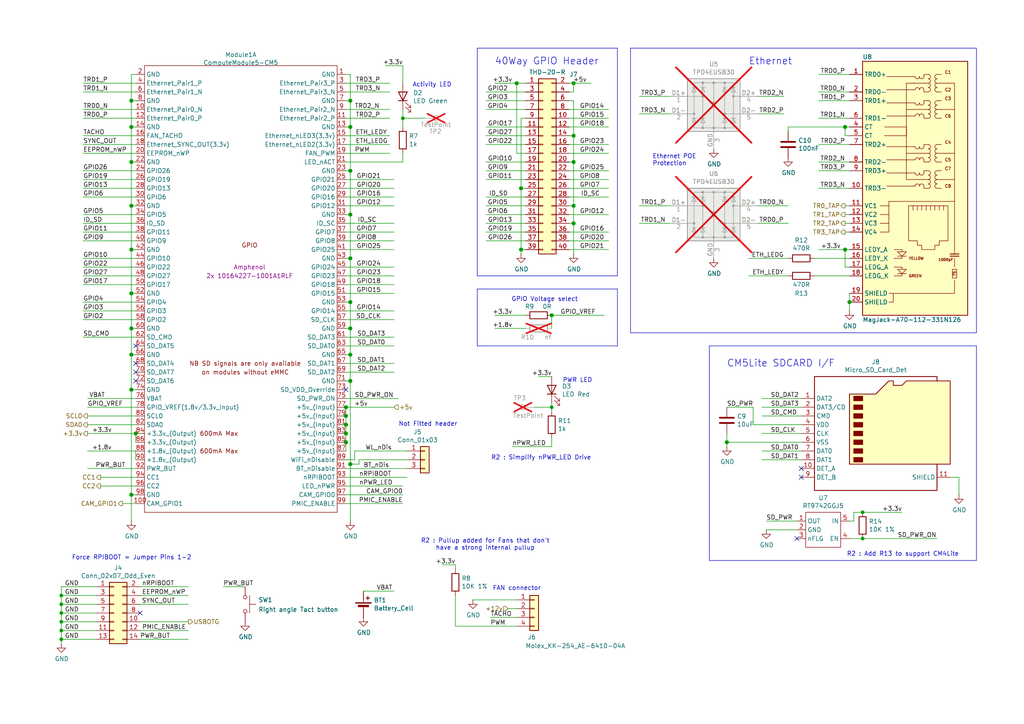
<source format=kicad_sch>
(kicad_sch (version 20250114) (generator "eeschema") (generator_version "9.0")
  (paper "A4")
  (title_block (title "Router Pi - GPIO - Ethernet") (rev "1"))
  (text "40Way GPIO Header" (at 143.51 19.05 0) (effects (font (size 2.007 2.007)) (justify left bottom)))
  (text "Activity LED" (at 119.634 25.4 0) (effects (font (size 1.27 1.27)) (justify left bottom)))
  (text "R2 : Simplify nPWR_LED Drive" (at 156.972 132.842 0) (effects (font (size 1.27 1.27))))
  (text "FAN connector\n" (at 142.875 171.45 0) (effects (font (size 1.27 1.27)) (justify left bottom)))
  (text "R2 : Add R13 to support CM4Lite" (at 261.874 160.782 0) (effects (font (size 1.27 1.27))))
  (text "Ethernet POE\nProtection" (at 189.23 48.26 0) (effects (font (size 1.27 1.27)) (justify left bottom)))
  (text "GPIO Voltage select\n" (at 167.64 87.63 0) (effects (font (size 1.27 1.27)) (justify right bottom)))
  (text "R2 : Pullup added for Fans that don't \nhave a strong internal pullup " (at 141.224 157.988 0) (effects (font (size 1.27 1.27))))
  (text "Not Fitted header" (at 132.715 123.825 0) (effects (font (size 1.27 1.27)) (justify right bottom)))
  (text "Force RPIBOOT = Jumper Pins 1-2 \n" (at 56.515 162.56 0) (effects (font (size 1.27 1.27)) (justify right bottom)))
  (text "PWR LED" (at 163.195 111.125 0) (effects (font (size 1.27 1.27)) (justify left bottom)))
  (text "Ethernet" (at 217.17 19.05 0) (effects (font (size 2.0066 2.0066)) (justify left bottom)))
  (text "CM5Lite SDCARD I/F" (at 210.82 106.68 0) (effects (font (size 2.007 2.007)) (justify left bottom)))
  (junction (at 101.6 36.83) (diameter 1.016))
  (junction (at 245.11 72.39) (diameter 1.016))
  (junction (at 101.6 29.21) (diameter 1.016))
  (junction (at 101.6 102.87) (diameter 1.016))
  (junction (at 38.1 113.03) (diameter 1.016))
  (junction (at 246.38 87.63) (diameter 1.016))
  (junction (at 38.1 46.99) (diameter 1.016))
  (junction (at 100.33 125.73) (diameter 1.016))
  (junction (at 151.13 54.61) (diameter 1.016))
  (junction (at 166.37 39.37) (diameter 1.016))
  (junction (at 17.78 175.26))
  (junction (at 38.1 72.39) (diameter 1.016))
  (junction (at 100.33 123.19) (diameter 1.016))
  (junction (at 38.1 143.51) (diameter 1.016))
  (junction (at 166.37 59.69) (diameter 1.016))
  (junction (at 38.1 59.69) (diameter 1.016))
  (junction (at 101.6 62.23) (diameter 1.016))
  (junction (at 38.1 95.25) (diameter 1.016))
  (junction (at 100.33 118.11) (diameter 1.016))
  (junction (at 101.6 95.25) (diameter 1.016))
  (junction (at 166.37 64.77) (diameter 1.016))
  (junction (at 210.82 128.27) (diameter 1.016))
  (junction (at 166.37 24.13) (diameter 1.016))
  (junction (at 250.19 156.21))
  (junction (at 101.6 87.63) (diameter 1.016))
  (junction (at 166.37 46.99) (diameter 1.016))
  (junction (at 38.1 85.09) (diameter 1.016))
  (junction (at 100.33 120.65) (diameter 1.016))
  (junction (at 160.02 118.11))
  (junction (at 38.1 36.83) (diameter 1.016))
  (junction (at 39.37 125.73) (diameter 1.016))
  (junction (at 17.78 172.72))
  (junction (at 38.1 102.87) (diameter 1.016))
  (junction (at 160.02 91.44) (diameter 1.016))
  (junction (at 38.1 29.21) (diameter 1.016))
  (junction (at 17.78 177.8))
  (junction (at 245.11 36.83) (diameter 1.016))
  (junction (at 100.33 128.27) (diameter 1.016))
  (junction (at 116.84 34.29))
  (junction (at 250.19 148.59))
  (junction (at 151.13 72.39) (diameter 1.016))
  (junction (at 17.78 185.42))
  (junction (at 101.6 110.49) (diameter 1.016))
  (junction (at 101.6 134.62) (diameter 1.016))
  (junction (at 101.6 49.53) (diameter 1.016))
  (junction (at 17.78 182.88))
  (junction (at 17.78 180.34))
  (junction (at 101.6 74.93) (diameter 1.016))
  (junction (at 149.86 24.13) (diameter 1.016))
  (no_connect (at 39.37 107.95))
  (no_connect (at 100.33 113.03))
  (no_connect (at 39.37 100.33))
  (no_connect (at 231.14 156.21))
  (no_connect (at 39.37 105.41))
  (no_connect (at 232.41 138.43))
  (no_connect (at 232.41 135.89))
  (no_connect (at 40.64 177.8))
  (no_connect (at 39.37 110.49))
  (wire (pts (xy 275.59 138.43) (xy 278.13 138.43)))
  (wire (pts (xy 101.6 110.49) (xy 101.6 134.62)))
  (polyline (pts (xy 138.43 13.97) (xy 138.43 80.01)) (stroke (width 0) (type solid)))
  (wire (pts (xy 40.64 175.26) (xy 54.61 175.26)))
  (polyline (pts (xy 138.43 80.01) (xy 179.07 80.01)) (stroke (width 0) (type solid)))
  (wire (pts (xy 100.33 135.89) (xy 118.11 135.89)))
  (wire (pts (xy 142.24 179.07) (xy 149.86 179.07)))
  (wire (pts (xy 100.33 102.87) (xy 101.6 102.87)))
  (wire (pts (xy 24.13 90.17) (xy 39.37 90.17)))
  (wire (pts (xy 39.37 133.35) (xy 39.37 130.81)))
  (wire (pts (xy 237.49 41.91) (xy 246.38 41.91)))
  (wire (pts (xy 165.1 52.07) (xy 176.53 52.07)))
  (wire (pts (xy 24.13 44.45) (xy 39.37 44.45)))
  (wire (pts (xy 100.33 95.25) (xy 101.6 95.25)))
  (wire (pts (xy 165.1 34.29) (xy 176.53 34.29)))
  (wire (pts (xy 101.6 102.87) (xy 101.6 110.49)))
  (wire (pts (xy 100.33 100.33) (xy 114.3 100.33)))
  (wire (pts (xy 217.17 74.93) (xy 228.6 74.93)))
  (wire (pts (xy 39.37 128.27) (xy 39.37 125.73)))
  (wire (pts (xy 17.78 172.72) (xy 27.94 172.72)))
  (wire (pts (xy 105.41 171.45) (xy 114.3 171.45)))
  (wire (pts (xy 100.33 118.11) (xy 114.3 118.11)))
  (wire (pts (xy 101.6 36.83) (xy 101.6 49.53)))
  (wire (pts (xy 40.64 172.72) (xy 54.61 172.72)))
  (polyline (pts (xy 179.07 83.82) (xy 179.07 100.33)) (stroke (width 0) (type solid)))
  (wire (pts (xy 24.13 92.71) (xy 39.37 92.71)))
  (wire (pts (xy 116.84 36.83) (xy 116.84 34.29)))
  (wire (pts (xy 24.13 31.75) (xy 39.37 31.75)))
  (wire (pts (xy 24.13 77.47) (xy 39.37 77.47)))
  (wire (pts (xy 100.33 29.21) (xy 101.6 29.21)))
  (wire (pts (xy 220.98 120.65) (xy 232.41 120.65)))
  (wire (pts (xy 17.78 170.18) (xy 27.94 170.18)))
  (wire (pts (xy 247.65 151.13) (xy 246.38 151.13)))
  (wire (pts (xy 147.32 176.53) (xy 149.86 176.53)))
  (wire (pts (xy 100.33 90.17) (xy 114.3 90.17)))
  (wire (pts (xy 17.78 185.42) (xy 27.94 185.42)))
  (wire (pts (xy 24.13 82.55) (xy 39.37 82.55)))
  (wire (pts (xy 166.37 64.77) (xy 166.37 59.69)))
  (wire (pts (xy 24.13 80.01) (xy 39.37 80.01)))
  (wire (pts (xy 100.33 34.29) (xy 113.03 34.29)))
  (wire (pts (xy 39.37 36.83) (xy 38.1 36.83)))
  (wire (pts (xy 100.33 44.45) (xy 113.03 44.45)))
  (wire (pts (xy 100.33 31.75) (xy 113.03 31.75)))
  (wire (pts (xy 102.87 133.35) (xy 102.87 130.81)))
  (wire (pts (xy 24.13 67.31) (xy 39.37 67.31)))
  (wire (pts (xy 104.14 133.35) (xy 118.11 133.35)))
  (wire (pts (xy 100.33 87.63) (xy 101.6 87.63)))
  (wire (pts (xy 132.08 172.72) (xy 132.08 181.61)))
  (wire (pts (xy 166.37 39.37) (xy 166.37 46.99)))
  (wire (pts (xy 29.21 140.97) (xy 39.37 140.97)))
  (wire (pts (xy 24.13 39.37) (xy 39.37 39.37)))
  (wire (pts (xy 39.37 21.59) (xy 38.1 21.59)))
  (wire (pts (xy 101.6 21.59) (xy 101.6 29.21)))
  (wire (pts (xy 236.22 80.01) (xy 246.38 80.01)))
  (wire (pts (xy 101.6 29.21) (xy 101.6 36.83)))
  (wire (pts (xy 38.1 143.51) (xy 38.1 151.13)))
  (wire (pts (xy 165.1 67.31) (xy 176.53 67.31)))
  (wire (pts (xy 219.71 33.02) (xy 227.33 33.02)))
  (wire (pts (xy 100.33 57.15) (xy 114.3 57.15)))
  (wire (pts (xy 154.94 118.11) (xy 160.02 118.11)))
  (wire (pts (xy 137.16 173.99) (xy 149.86 173.99)))
  (wire (pts (xy 100.33 143.51) (xy 116.84 143.51)))
  (wire (pts (xy 166.37 46.99) (xy 165.1 46.99)))
  (wire (pts (xy 100.33 107.95) (xy 114.3 107.95)))
  (wire (pts (xy 100.33 80.01) (xy 114.3 80.01)))
  (wire (pts (xy 151.13 72.39) (xy 151.13 73.66)))
  (wire (pts (xy 29.21 138.43) (xy 39.37 138.43)))
  (wire (pts (xy 101.6 95.25) (xy 101.6 102.87)))
  (wire (pts (xy 38.1 72.39) (xy 38.1 85.09)))
  (wire (pts (xy 210.82 128.27) (xy 232.41 128.27)))
  (wire (pts (xy 101.6 49.53) (xy 101.6 62.23)))
  (wire (pts (xy 143.51 95.25) (xy 152.4 95.25)))
  (wire (pts (xy 24.13 74.93) (xy 39.37 74.93)))
  (polyline (pts (xy 182.88 13.97) (xy 283.21 13.97)) (stroke (width 0) (type solid)))
  (wire (pts (xy 100.33 140.97) (xy 116.84 140.97)))
  (wire (pts (xy 165.1 36.83) (xy 176.53 36.83)))
  (wire (pts (xy 149.86 44.45) (xy 152.4 44.45)))
  (wire (pts (xy 39.37 29.21) (xy 38.1 29.21)))
  (wire (pts (xy 17.78 180.34) (xy 27.94 180.34)))
  (wire (pts (xy 40.64 182.88) (xy 54.61 182.88)))
  (polyline (pts (xy 179.07 13.97) (xy 138.43 13.97)) (stroke (width 0) (type solid)))
  (wire (pts (xy 25.4 135.89) (xy 39.37 135.89)))
  (wire (pts (xy 100.33 128.27) (xy 100.33 130.81)))
  (wire (pts (xy 40.64 170.18) (xy 54.61 170.18)))
  (wire (pts (xy 231.14 153.67) (xy 222.25 153.67)))
  (wire (pts (xy 246.38 36.83) (xy 245.11 36.83)))
  (wire (pts (xy 194.31 64.77) (xy 185.42 64.77)))
  (wire (pts (xy 140.97 49.53) (xy 152.4 49.53)))
  (wire (pts (xy 100.33 41.91) (xy 113.03 41.91)))
  (wire (pts (xy 17.78 177.8) (xy 17.78 180.34)))
  (wire (pts (xy 100.33 115.57) (xy 115.57 115.57)))
  (wire (pts (xy 114.3 97.79) (xy 100.33 97.79)))
  (wire (pts (xy 24.13 26.67) (xy 39.37 26.67)))
  (wire (pts (xy 166.37 24.13) (xy 171.45 24.13)))
  (wire (pts (xy 217.17 80.01) (xy 228.6 80.01)))
  (wire (pts (xy 24.13 49.53) (xy 39.37 49.53)))
  (wire (pts (xy 231.14 151.13) (xy 222.25 151.13)))
  (wire (pts (xy 140.97 59.69) (xy 152.4 59.69)))
  (wire (pts (xy 100.33 120.65) (xy 100.33 123.19)))
  (wire (pts (xy 237.49 26.67) (xy 246.38 26.67)))
  (wire (pts (xy 100.33 74.93) (xy 101.6 74.93)))
  (wire (pts (xy 100.33 39.37) (xy 113.03 39.37)))
  (wire (pts (xy 140.97 67.31) (xy 152.4 67.31)))
  (wire (pts (xy 210.82 125.73) (xy 210.82 128.27)))
  (wire (pts (xy 165.1 41.91) (xy 176.53 41.91)))
  (polyline (pts (xy 139.7 83.82) (xy 179.07 83.82)) (stroke (width 0) (type solid)))
  (polyline (pts (xy 283.21 162.56) (xy 205.74 162.56)) (stroke (width 0) (type solid)))
  (wire (pts (xy 140.97 46.99) (xy 152.4 46.99)))
  (wire (pts (xy 100.33 138.43) (xy 118.11 138.43)))
  (wire (pts (xy 38.1 95.25) (xy 39.37 95.25)))
  (wire (pts (xy 40.64 185.42) (xy 54.61 185.42)))
  (wire (pts (xy 218.44 123.19) (xy 218.44 118.11)))
  (wire (pts (xy 38.1 102.87) (xy 38.1 113.03)))
  (wire (pts (xy 38.1 85.09) (xy 38.1 95.25)))
  (wire (pts (xy 35.56 146.05) (xy 39.37 146.05)))
  (wire (pts (xy 116.84 19.05) (xy 116.84 24.13)))
  (wire (pts (xy 152.4 34.29) (xy 151.13 34.29)))
  (wire (pts (xy 17.78 175.26) (xy 27.94 175.26)))
  (wire (pts (xy 132.08 181.61) (xy 149.86 181.61)))
  (wire (pts (xy 116.84 34.29) (xy 116.84 31.75)))
  (wire (pts (xy 132.08 165.1) (xy 132.08 163.83)))
  (wire (pts (xy 247.65 148.59) (xy 247.65 151.13)))
  (wire (pts (xy 236.22 74.93) (xy 246.38 74.93)))
  (wire (pts (xy 140.97 62.23) (xy 152.4 62.23)))
  (wire (pts (xy 237.49 29.21) (xy 246.38 29.21)))
  (wire (pts (xy 165.1 72.39) (xy 176.53 72.39)))
  (wire (pts (xy 165.1 24.13) (xy 166.37 24.13)))
  (wire (pts (xy 104.14 134.62) (xy 104.14 133.35)))
  (wire (pts (xy 101.6 134.62) (xy 101.6 151.13)))
  (wire (pts (xy 278.13 138.43) (xy 278.13 143.51)))
  (wire (pts (xy 38.1 59.69) (xy 38.1 72.39)))
  (wire (pts (xy 17.78 177.8) (xy 27.94 177.8)))
  (wire (pts (xy 38.1 113.03) (xy 39.37 113.03)))
  (wire (pts (xy 38.1 72.39) (xy 39.37 72.39)))
  (wire (pts (xy 24.13 54.61) (xy 39.37 54.61)))
  (wire (pts (xy 100.33 52.07) (xy 114.3 52.07)))
  (wire (pts (xy 246.38 87.63) (xy 246.38 90.17)))
  (wire (pts (xy 25.4 130.81) (xy 39.37 130.81)))
  (wire (pts (xy 24.13 97.79) (xy 39.37 97.79)))
  (wire (pts (xy 237.49 49.53) (xy 246.38 49.53)))
  (wire (pts (xy 24.13 24.13) (xy 39.37 24.13)))
  (polyline (pts (xy 283.21 100.33) (xy 283.21 162.56)) (stroke (width 0) (type solid)))
  (wire (pts (xy 100.33 62.23) (xy 101.6 62.23)))
  (wire (pts (xy 143.51 24.13) (xy 149.86 24.13)))
  (wire (pts (xy 246.38 85.09) (xy 246.38 87.63)))
  (wire (pts (xy 100.33 24.13) (xy 113.03 24.13)))
  (wire (pts (xy 250.19 148.59) (xy 261.62 148.59)))
  (wire (pts (xy 100.33 36.83) (xy 101.6 36.83)))
  (wire (pts (xy 38.1 95.25) (xy 38.1 102.87)))
  (wire (pts (xy 160.02 127) (xy 160.02 129.54)))
  (wire (pts (xy 39.37 143.51) (xy 38.1 143.51)))
  (wire (pts (xy 24.13 57.15) (xy 39.37 57.15)))
  (wire (pts (xy 166.37 64.77) (xy 166.37 73.66)))
  (wire (pts (xy 185.42 59.69) (xy 194.31 59.69)))
  (wire (pts (xy 245.11 39.37) (xy 245.11 36.83)))
  (wire (pts (xy 220.98 130.81) (xy 232.41 130.81)))
  (wire (pts (xy 245.11 62.23) (xy 246.38 62.23)))
  (wire (pts (xy 25.4 123.19) (xy 39.37 123.19)))
  (wire (pts (xy 38.1 113.03) (xy 38.1 143.51)))
  (wire (pts (xy 237.49 72.39) (xy 245.11 72.39)))
  (wire (pts (xy 160.02 116.84) (xy 160.02 118.11)))
  (wire (pts (xy 228.6 36.83) (xy 245.11 36.83)))
  (wire (pts (xy 102.87 130.81) (xy 118.11 130.81)))
  (wire (pts (xy 100.33 146.05) (xy 116.84 146.05)))
  (wire (pts (xy 220.98 115.57) (xy 232.41 115.57)))
  (wire (pts (xy 100.33 64.77) (xy 114.3 64.77)))
  (wire (pts (xy 140.97 36.83) (xy 152.4 36.83)))
  (wire (pts (xy 247.65 148.59) (xy 250.19 148.59)))
  (wire (pts (xy 101.6 87.63) (xy 101.6 95.25)))
  (wire (pts (xy 245.11 64.77) (xy 246.38 64.77)))
  (wire (pts (xy 100.33 54.61) (xy 114.3 54.61)))
  (wire (pts (xy 245.11 77.47) (xy 245.11 72.39)))
  (wire (pts (xy 237.49 21.59) (xy 246.38 21.59)))
  (wire (pts (xy 116.84 46.99) (xy 116.84 44.45)))
  (wire (pts (xy 100.33 133.35) (xy 102.87 133.35)))
  (wire (pts (xy 100.33 69.85) (xy 114.3 69.85)))
  (wire (pts (xy 114.3 105.41) (xy 100.33 105.41)))
  (polyline (pts (xy 283.21 96.52) (xy 182.88 96.52)) (stroke (width 0) (type solid)))
  (wire (pts (xy 25.4 118.11) (xy 39.37 118.11)))
  (wire (pts (xy 140.97 29.21) (xy 152.4 29.21)))
  (wire (pts (xy 219.71 27.94) (xy 227.33 27.94)))
  (wire (pts (xy 17.78 180.34) (xy 17.78 182.88)))
  (polyline (pts (xy 182.88 96.52) (xy 182.88 13.97)) (stroke (width 0) (type solid)))
  (wire (pts (xy 100.33 85.09) (xy 114.3 85.09)))
  (polyline (pts (xy 205.74 162.56) (xy 205.74 100.33)) (stroke (width 0) (type solid)))
  (wire (pts (xy 143.51 91.44) (xy 152.4 91.44)))
  (wire (pts (xy 140.97 26.67) (xy 152.4 26.67)))
  (wire (pts (xy 166.37 59.69) (xy 166.37 46.99)))
  (wire (pts (xy 24.13 34.29) (xy 39.37 34.29)))
  (wire (pts (xy 25.4 115.57) (xy 39.37 115.57)))
  (wire (pts (xy 165.1 31.75) (xy 176.53 31.75)))
  (wire (pts (xy 165.1 62.23) (xy 176.53 62.23)))
  (wire (pts (xy 140.97 57.15) (xy 152.4 57.15)))
  (wire (pts (xy 185.42 27.94) (xy 194.31 27.94)))
  (wire (pts (xy 25.4 125.73) (xy 39.37 125.73)))
  (wire (pts (xy 165.1 59.69) (xy 166.37 59.69)))
  (wire (pts (xy 100.33 59.69) (xy 114.3 59.69)))
  (wire (pts (xy 166.37 39.37) (xy 165.1 39.37)))
  (wire (pts (xy 245.11 72.39) (xy 246.38 72.39)))
  (polyline (pts (xy 205.74 100.33) (xy 283.21 100.33)) (stroke (width 0) (type solid)))
  (wire (pts (xy 151.13 34.29) (xy 151.13 54.61)))
  (wire (pts (xy 114.3 92.71) (xy 100.33 92.71)))
  (wire (pts (xy 100.33 67.31) (xy 114.3 67.31)))
  (wire (pts (xy 140.97 31.75) (xy 152.4 31.75)))
  (wire (pts (xy 140.97 39.37) (xy 152.4 39.37)))
  (polyline (pts (xy 179.07 13.97) (xy 179.07 80.01)) (stroke (width 0) (type solid)))
  (polyline (pts (xy 283.21 13.97) (xy 283.21 96.52)) (stroke (width 0) (type solid)))
  (wire (pts (xy 149.86 24.13) (xy 149.86 44.45)))
  (wire (pts (xy 132.08 163.83) (xy 128.27 163.83)))
  (wire (pts (xy 17.78 182.88) (xy 27.94 182.88)))
  (wire (pts (xy 166.37 29.21) (xy 166.37 39.37)))
  (wire (pts (xy 245.11 67.31) (xy 246.38 67.31)))
  (wire (pts (xy 24.13 64.77) (xy 39.37 64.77)))
  (wire (pts (xy 165.1 26.67) (xy 166.37 26.67)))
  (wire (pts (xy 25.4 120.65) (xy 39.37 120.65)))
  (wire (pts (xy 38.1 36.83) (xy 38.1 46.99)))
  (wire (pts (xy 100.33 46.99) (xy 116.84 46.99)))
  (wire (pts (xy 151.13 72.39) (xy 152.4 72.39)))
  (wire (pts (xy 185.42 33.02) (xy 194.31 33.02)))
  (wire (pts (xy 24.13 52.07) (xy 39.37 52.07)))
  (wire (pts (xy 151.13 54.61) (xy 152.4 54.61)))
  (polyline (pts (xy 138.43 100.33) (xy 138.43 83.82)) (stroke (width 0) (type solid)))
  (wire (pts (xy 160.02 91.44) (xy 175.26 91.44)))
  (wire (pts (xy 140.97 69.85) (xy 152.4 69.85)))
  (wire (pts (xy 219.71 59.69) (xy 228.6 59.69)))
  (wire (pts (xy 160.02 109.22) (xy 156.21 109.22)))
  (wire (pts (xy 17.78 185.42) (xy 17.78 186.69)))
  (wire (pts (xy 100.33 72.39) (xy 114.3 72.39)))
  (wire (pts (xy 38.1 29.21) (xy 38.1 36.83)))
  (wire (pts (xy 100.33 21.59) (xy 101.6 21.59)))
  (wire (pts (xy 165.1 49.53) (xy 176.53 49.53)))
  (wire (pts (xy 237.49 34.29) (xy 246.38 34.29)))
  (wire (pts (xy 100.33 110.49) (xy 101.6 110.49)))
  (wire (pts (xy 246.38 77.47) (xy 245.11 77.47)))
  (wire (pts (xy 24.13 69.85) (xy 39.37 69.85)))
  (wire (pts (xy 24.13 87.63) (xy 39.37 87.63)))
  (wire (pts (xy 100.33 118.11) (xy 100.33 120.65)))
  (wire (pts (xy 17.78 170.18) (xy 17.78 172.72)))
  (wire (pts (xy 245.11 59.69) (xy 246.38 59.69)))
  (wire (pts (xy 111.76 19.05) (xy 116.84 19.05)))
  (wire (pts (xy 210.82 128.27) (xy 210.82 129.54)))
  (wire (pts (xy 100.33 49.53) (xy 101.6 49.53)))
  (wire (pts (xy 151.13 54.61) (xy 151.13 72.39)))
  (wire (pts (xy 100.33 26.67) (xy 113.03 26.67)))
  (wire (pts (xy 232.41 123.19) (xy 218.44 123.19)))
  (wire (pts (xy 165.1 44.45) (xy 176.53 44.45)))
  (wire (pts (xy 250.19 156.21) (xy 271.78 156.21)))
  (wire (pts (xy 24.13 62.23) (xy 39.37 62.23)))
  (wire (pts (xy 237.49 46.99) (xy 246.38 46.99)))
  (wire (pts (xy 219.71 64.77) (xy 228.6 64.77)))
  (wire (pts (xy 24.13 41.91) (xy 39.37 41.91)))
  (wire (pts (xy 246.38 156.21) (xy 250.19 156.21)))
  (wire (pts (xy 17.78 172.72) (xy 17.78 175.26)))
  (wire (pts (xy 101.6 74.93) (xy 101.6 87.63)))
  (polyline (pts (xy 139.7 83.82) (xy 138.43 83.82)) (stroke (width 0) (type solid)))
  (wire (pts (xy 148.59 129.54) (xy 160.02 129.54)))
  (wire (pts (xy 100.33 123.19) (xy 100.33 125.73)))
  (wire (pts (xy 228.6 38.1) (xy 228.6 36.83)))
  (wire (pts (xy 232.41 118.11) (xy 220.98 118.11)))
  (wire (pts (xy 140.97 64.77) (xy 152.4 64.77)))
  (wire (pts (xy 38.1 46.99) (xy 39.37 46.99)))
  (wire (pts (xy 140.97 52.07) (xy 152.4 52.07)))
  (wire (pts (xy 64.77 170.18) (xy 71.12 170.18)))
  (wire (pts (xy 237.49 54.61) (xy 246.38 54.61)))
  (wire (pts (xy 140.97 41.91) (xy 152.4 41.91)))
  (wire (pts (xy 38.1 21.59) (xy 38.1 29.21)))
  (wire (pts (xy 38.1 85.09) (xy 39.37 85.09)))
  (wire (pts (xy 165.1 64.77) (xy 166.37 64.77)))
  (wire (pts (xy 100.33 125.73) (xy 100.33 128.27)))
  (wire (pts (xy 160.02 91.44) (xy 160.02 95.25)))
  (wire (pts (xy 100.33 77.47) (xy 114.3 77.47)))
  (wire (pts (xy 38.1 102.87) (xy 39.37 102.87)))
  (wire (pts (xy 38.1 59.69) (xy 39.37 59.69)))
  (polyline (pts (xy 179.07 100.33) (xy 139.7 100.33)) (stroke (width 0) (type solid)))
  (wire (pts (xy 152.4 24.13) (xy 149.86 24.13)))
  (wire (pts (xy 165.1 69.85) (xy 176.53 69.85)))
  (wire (pts (xy 160.02 118.11) (xy 160.02 119.38)))
  (wire (pts (xy 210.82 118.11) (xy 218.44 118.11)))
  (wire (pts (xy 246.38 39.37) (xy 245.11 39.37)))
  (wire (pts (xy 232.41 125.73) (xy 220.98 125.73)))
  (wire (pts (xy 166.37 26.67) (xy 166.37 24.13)))
  (wire (pts (xy 232.41 133.35) (xy 220.98 133.35)))
  (wire (pts (xy 40.64 180.34) (xy 54.61 180.34)))
  (wire (pts (xy 17.78 182.88) (xy 17.78 185.42)))
  (wire (pts (xy 100.33 82.55) (xy 114.3 82.55)))
  (wire (pts (xy 116.84 34.29) (xy 123.19 34.29)))
  (wire (pts (xy 101.6 62.23) (xy 101.6 74.93)))
  (wire (pts (xy 38.1 46.99) (xy 38.1 59.69)))
  (wire (pts (xy 165.1 57.15) (xy 176.53 57.15)))
  (wire (pts (xy 17.78 175.26) (xy 17.78 177.8)))
  (wire (pts (xy 101.6 134.62) (xy 104.14 134.62)))
  (wire (pts (xy 165.1 54.61) (xy 176.53 54.61)))
  (wire (pts (xy 165.1 29.21) (xy 166.37 29.21)))
  (polyline (pts (xy 138.43 100.33) (xy 139.7 100.33)) (stroke (width 0) (type solid)))
  (label "+1.8v" (at 148.59 95.25 180))
  (label "GPIO24" (at 175.26 44.45 180))
  (label "SD_DAT2" (at 111.76 107.95 180))
  (label "+5v" (at 170.18 24.13 180))
  (label "GPIO5" (at 24.13 62.23 0))
  (label "TRD3_N" (at 103.124 26.67 0))
  (label "GPIO2" (at 24.13 92.71 0))
  (label "GPIO9" (at 24.13 69.85 0))
  (label "TRD3_N" (at 245.11 54.61 180))
  (label "ETH_LEDG" (at 103.124 41.91 0))
  (label "SD_DAT1" (at 111.76 105.41 180))
  (label "TRD1_N" (at 193.04 64.77 180))
  (label "+3.3v" (at 148.59 24.13 180))
  (label "GPIO10" (at 24.13 74.93 0))
  (label "TRD3_P" (at 103.124 24.13 0))
  (label "GPIO6" (at 24.13 57.15 0))
  (label "TRD0_P" (at 227.33 64.77 180))
  (label "TRD3_P" (at 193.04 27.94 180))
  (label "GPIO8" (at 173.99 52.07 180))
  (label "GPIO20" (at 110.49 54.61 180))
  (label "SD_DAT2" (at 223.52 115.57 0))
  (label "GPIO25" (at 110.49 72.39 180))
  (label "GPIO2" (at 147.32 26.67 180))
  (label "SD_DAT0" (at 111.76 100.33 180))
  (label "GPIO26" (at 148.59 69.85 180))
  (label "GPIO15" (at 110.49 85.09 180))
  (label "GPIO13" (at 24.13 54.61 0))
  (label "TRD1_P" (at 193.04 59.69 180))
  (label "GPIO7" (at 109.22 67.31 180))
  (label "GPIO14" (at 110.49 90.17 180))
  (label "BT_nDis" (at 112.8776 135.89 180))
  (label "SD_PWR_ON" (at 260.35 156.21 0))
  (label "GPIO7" (at 173.99 54.61 180))
  (label "ETH_LEDY" (at 103.124 39.37 0))
  (label "VBAT" (at 109.22 171.45 0))
  (label "SD_PWR_ON" (at 102.87 115.57 0))
  (label "PWM" (at 102.87 44.45 0))
  (label "GPIO4" (at 24.13 87.63 0))
  (label "GPIO10" (at 148.59 46.99 180))
  (label "TRD1_P" (at 24.13 24.13 0))
  (label "TRD1_P" (at 245.11 29.21 180))
  (label "WL_nDis" (at 113.665 130.81 180))
  (label "GPIO6" (at 147.32 62.23 180))
  (label "+3.3v" (at 261.62 148.59 180))
  (label "GPIO17" (at 148.59 36.83 180))
  (label "+3.3v" (at 116.84 19.05 180))
  (label "GPIO19" (at 148.59 67.31 180))
  (label "GND" (at 22.86 182.88 180))
  (label "SD_DAT3" (at 111.76 97.79 180))
  (label "GPIO27" (at 24.13 80.01 0))
  (label "EEPROM_nWP" (at 24.13 44.45 0))
  (label "GPIO_VREF" (at 25.4 118.11 0))
  (label "SD_PWR" (at 210.82 118.11 0))
  (label "GPIO9" (at 147.32 49.53 180))
  (label "GPIO20" (at 175.26 69.85 180))
  (label "SD_DAT0" (at 223.52 130.81 0))
  (label "GPIO21" (at 110.49 52.07 180))
  (label "GPIO23" (at 110.49 80.01 180))
  (label "ID_SD" (at 147.32 57.15 180))
  (label "GPIO16" (at 175.26 67.31 180))
  (label "TRD0_N" (at 24.13 31.75 0))
  (label "TRD3_P" (at 245.11 49.53 180))
  (label "ETH_LEDY" (at 227.33 80.01 180))
  (label "TRD0_N" (at 227.33 59.69 180))
  (label "TRD2_N" (at 227.33 27.94 180))
  (label "ETH_LEDG" (at 227.33 74.93 180))
  (label "TRD0_N" (at 245.11 26.67 180))
  (label "GPIO22" (at 148.59 41.91 180))
  (label "+1.8v" (at 26.67 130.81 0))
  (label "SYNC_OUT" (at 50.8 175.26 180))
  (label "PWR_BUT" (at 64.77 170.18 0))
  (label "GPIO18" (at 175.26 36.83 180))
  (label "SD_DAT3" (at 223.52 118.11 0))
  (label "+3.3v" (at 132.08 163.83 180))
  (label "SD_CLK" (at 110.49 92.71 180))
  (label "GND" (at 22.86 170.18 180))
  (label "GPIO16" (at 110.49 57.15 180))
  (label "GPIO12" (at 110.49 59.69 180))
  (label "GPIO23" (at 175.26 41.91 180))
  (label "+3.3v" (at 26.67 125.73 0))
  (label "SD_CMD" (at 223.52 120.65 0))
  (label "PWM" (at 142.24 181.61 0))
  (label "ID_SC" (at 173.99 57.15 180))
  (label "GPIO8" (at 109.22 69.85 180))
  (label "CAM_GPIO0" (at 116.84 143.51 180))
  (label "GPIO17" (at 24.13 82.55 0))
  (label "SYNC_OUT" (at 24.13 41.91 0))
  (label "nPWR_LED" (at 148.59 129.54 0))
  (label "SD_PWR" (at 222.25 151.13 0))
  (label "SD_DAT1" (at 223.52 133.35 0))
  (label "TRD0_P" (at 245.11 21.59 180))
  (label "GPIO18" (at 110.49 82.55 180))
  (label "TRD2_N" (at 102.87 31.75 0))
  (label "GPIO15" (at 175.26 34.29 180))
  (label "GPIO5" (at 147.32 59.69 180))
  (label "nPWR_LED" (at 104.14 140.97 0))
  (label "PMIC_ENABLE" (at 53.975 182.88 180))
  (label "GPIO3" (at 147.32 29.21 180))
  (label "TRD0_P" (at 24.13 34.29 0))
  (label "nRPIBOOT" (at 50.546 170.18 180))
  (label "+3.3v" (at 148.59 91.44 180))
  (label "GND" (at 22.86 177.8 180))
  (label "GND" (at 22.86 185.42 180))
  (label "GPIO26" (at 24.13 49.53 0))
  (label "TACHO" (at 142.24 179.07 0))
  (label "PWR_BUT" (at 27.686 135.89 0))
  (label "GPIO12" (at 175.26 62.23 180))
  (label "nRPIBOOT" (at 104.14 138.43 0))
  (label "EEPROM_nWP" (at 53.848 172.72 180))
  (label "GPIO11" (at 24.13 67.31 0))
  (label "ID_SD" (at 24.13 64.77 0))
  (label "TRD1_N" (at 24.13 26.67 0))
  (label "GPIO24" (at 110.49 77.47 180))
  (label "GND" (at 22.86 175.26 180))
  (label "TRD3_N" (at 193.04 33.02 180))
  (label "GPIO27" (at 148.59 39.37 180))
  (label "VBAT" (at 30.48 115.57 180))
  (label "ID_SC" (at 109.22 64.77 180))
  (label "TRD2_P" (at 245.11 41.91 180))
  (label "GPIO21" (at 175.26 72.39 180))
  (label "GPIO14" (at 175.26 31.75 180))
  (label "TACHO" (at 24.13 39.37 0))
  (label "GPIO25" (at 175.26 49.53 180))
  (label "TRD2_N" (at 245.11 46.99 180))
  (label "+5v" (at 106.68 118.11 180))
  (label "SD_CMD" (at 24.13 97.79 0))
  (label "TRD1_N" (at 245.11 34.29 180))
  (label "PMIC_ENABLE" (at 116.84 146.05 180))
  (label "+3.3v" (at 160.02 109.22 180))
  (label "GPIO13" (at 148.59 64.77 180))
  (label "GPIO_VREF" (at 162.56 91.44 0))
  (label "TRD2_P" (at 103.124 34.29 0))
  (label "GND" (at 22.86 172.72 180))
  (label "GPIO19" (at 24.13 52.07 0))
  (label "GPIO11" (at 148.59 52.07 180))
  (label "PWR_BUT" (at 40.64 185.42 0))
  (label "SD_CLK" (at 223.52 125.73 0))
  (label "GND" (at 22.86 180.34 180))
  (label "GPIO4" (at 147.32 31.75 180))
  (label "+3.3v" (at 243.84 72.39 180))
  (label "GPIO22" (at 24.13 77.47 0))
  (label "TRD2_P" (at 227.33 33.02 180))
  (label "GPIO3" (at 24.13 90.17 0))
  (hierarchical_label "TR1_TAP" (shape output) (at 245.11 62.23 180))
  (hierarchical_label "SDA0" (shape output) (at 25.4 123.19 180))
  (hierarchical_label "+3.3v" (shape output) (at 25.4 125.73 180))
  (hierarchical_label "TR0_TAP" (shape output) (at 245.11 59.69 180))
  (hierarchical_label "SCL0" (shape output) (at 25.4 120.65 180))
  (hierarchical_label "CAM_GPIO1" (shape output) (at 35.56 146.05 180))
  (hierarchical_label "+5v" (shape input) (at 114.3 118.11 0))
  (hierarchical_label "TR3_TAP" (shape output) (at 245.11 67.31 180))
  (hierarchical_label "+12v" (shape input) (at 147.32 176.53 180))
  (hierarchical_label "CC2" (shape output) (at 29.21 140.97 180))
  (hierarchical_label "CC1" (shape output) (at 29.21 138.43 180))
  (hierarchical_label "USBOTG" (shape output) (at 54.61 180.34 0))
  (hierarchical_label "TR2_TAP" (shape output) (at 245.11 64.77 180))
  (symbol (lib_id "CM5IO:RT9742GGJ5") (at 240.03 161.29 0) (unit 1)
    (property "Reference" "U7" (at 238.76 144.399 0))
    (property "Value" "RT9742GGJ5" (at 238.76 146.7104 0))
    (property "Footprint" "Package_TO_SOT_SMD:SOT-23-5" (effects (hide yes)))
    (property "Datasheet" "https://www.richtek.com/assets/product_file/RT9742/DS9742-00.pdf" (effects (hide yes)))
    (property "Field4" "Farnell" (effects (hide yes)))
    (property "Field5" "	2545875" (effects (hide yes)))
    (property "Field6" "RT9742GGJ5" (effects (hide yes)))
    (property "Field7" "RichTek" (effects (hide yes)))
    (property "Field8" "USWI00166" (effects (hide yes)))
    (property "Part Description" "	Power Switch/Driver 1:1 N-Channel 1A TSOT-23-5" (effects (hide yes)))
  )
  (symbol (lib_id "power:GND") (at 222.25 153.67 0) (unit 1)
    (property "Reference" "#PWR020" (effects (hide yes)))
    (property "Value" "GND" (at 222.377 158.0642 0))
    (property "Description" "Power symbol creates a global label with name \"GND\" , ground" (effects (hide yes)))
  )
  (symbol (lib_id "CM5IO:ComputeModule5-CM5") (at 72.39 77.47 0) (unit 1)
    (property "Reference" "Module1" (at 69.85 15.875 0))
    (property "Value" "ComputeModule5-CM5" (at 69.85 18.1864 0))
    (property "Footprint" "CM5IO:Raspberry-Pi-5-Compute-Module" (effects (hide yes)))
    (property "Description" "RaspberryPi Compute module 5" (effects (hide yes)))
    (property "Field4" "Amphenol" (at 72.39 77.47 0))
    (property "Field5" "2x 10164227-1001A1RLF" (at 72.39 80.01 0))
    (property "Field6" "2x 10164227-1001A1RLF" (effects (hide yes)))
    (property "Field7" "Hirose" (effects (hide yes)))
    (property "Part Description" "	100 Position Connector Receptacle, Center Strip Contacts Surface Mount Gold" (effects (hide yes)))
  )
  (symbol (lib_id "Device:C") (at 228.6 41.91 0) (unit 1)
    (property "Reference" "C10" (at 231.521 40.7416 0) (effects (justify left)))
    (property "Value" "100nF" (at 231.521 43.053 0) (effects (justify left)))
    (property "Footprint" "Capacitor_SMD:C_0603_1608Metric_Pad1.08x0.95mm_HandSolder" (effects (hide yes)))
    (property "Datasheet" "https://search.murata.co.jp/Ceramy/image/img/A01X/G101/ENG/GRM155R71C104KA88-01.pdf" (effects (hide yes)))
    (property "Field4" "Farnell" (effects (hide yes)))
    (property "Field5" "2611911" (effects (hide yes)))
    (property "Field6" "RM EMK105 B7104KV-F" (effects (hide yes)))
    (property "Field7" "TAIYO YUDEN EUROPE GMBH" (effects (hide yes)))
    (property "Part Description" "	0.1uF 10% 16V Ceramic Capacitor X7R 0402 (1005 Metric)" (effects (hide yes)))
    (property "Field8" "110091611" (effects (hide yes)))
  )
  (symbol (lib_id "power:GND") (at 228.6 45.72 0) (unit 1)
    (property "Reference" "#PWR021" (effects (hide yes)))
    (property "Value" "GND" (at 228.727 50.1142 0))
    (property "Description" "Power symbol creates a global label with name \"GND\" , ground" (effects (hide yes)))
  )
  (symbol (lib_id "Connector_Generic:Conn_02x20_Odd_Even") (at 157.48 46.99 0) (unit 1)
    (property "Reference" "J7" (at 166.37 21.59 0))
    (property "Value" "THD-20-R" (at 158.75 20.9296 0))
    (property "Footprint" "Connector_PinHeader_2.54mm:PinHeader_2x20_P2.54mm_Vertical" (effects (hide yes)))
    (property "Datasheet" "https://www.toby.co.uk/uploads/publications/1673.pdf" (effects (hide yes)))
    (property "Field4" "Toby" (effects (hide yes)))
    (property "Field5" "THD-20-R" (effects (hide yes)))
    (property "Field6" "THD-20-R" (effects (hide yes)))
    (property "Field7" "Toby" (effects (hide yes)))
    (property "Field8" "UCON00511" (effects (hide yes)))
    (property "Part Description" "PinHeader_2x20_P2.54mm_Vertical" (effects (hide yes)))
  )
  (symbol (lib_id "Device:C") (at 210.82 121.92 0) (unit 1)
    (property "Reference" "C9" (at 213.741 120.7516 0) (effects (justify left)))
    (property "Value" "10uF" (at 213.741 123.063 0) (effects (justify left)))
    (property "Footprint" "Capacitor_SMD:C_0805_2012Metric" (effects (hide yes)))
    (property "Datasheet" "https://search.murata.co.jp/Ceramy/image/img/A01X/G101/ENG/GRM21BR71A106KA73-01.pdf" (effects (hide yes)))
    (property "Field5" "490-14381-1-ND" (effects (hide yes)))
    (property "Field4" "Digikey" (effects (hide yes)))
    (property "Field6" "GRM21BR71A106KA73L" (effects (hide yes)))
    (property "Field7" "Murata" (effects (hide yes)))
    (property "Part Description" "	10uF 10% 10V Ceramic Capacitor X7R 0805 (2012 Metric)" (effects (hide yes)))
    (property "Field8" "111893011" (effects (hide yes)))
  )
  (symbol (lib_id "power:GND") (at 166.37 73.66 0) (unit 1)
    (property "Reference" "#PWR016" (effects (hide yes)))
    (property "Value" "GND" (at 166.497 78.0542 0))
    (property "Description" "Power symbol creates a global label with name \"GND\" , ground" (effects (hide yes)))
  )
  (symbol (lib_id "power:GND") (at 151.13 73.66 0) (unit 1)
    (property "Reference" "#PWR015" (effects (hide yes)))
    (property "Value" "GND" (at 151.257 78.0542 0))
    (property "Description" "Power symbol creates a global label with name \"GND\" , ground" (effects (hide yes)))
  )
  (symbol (lib_id "Device:R") (at 232.41 74.93 270) (unit 1)
    (property "Reference" "R12" (at 232.41 69.6722 90))
    (property "Value" "470R" (at 232.41 71.9836 90))
    (property "Footprint" "Resistor_SMD:R_0603_1608Metric_Pad0.98x0.95mm_HandSolder" (effects (hide yes)))
    (property "Datasheet" "https://fscdn.rohm.com/en/products/databook/datasheet/passive/resistor/chip_resistor/mcr-e.pdf" (effects (hide yes)))
    (property "Field4" "Farnell" (effects (hide yes)))
    (property "Field5" "9239197" (effects (hide yes)))
    (property "Field7" "KOA EUROPE GMBH" (effects (hide yes)))
    (property "Field6" "RK73G1ETQTP4700D         " (effects (hide yes)))
    (property "Field8" "120887981" (effects (hide yes)))
    (property "Part Description" "Resistor 470R M1005 1% 63mW" (effects (hide yes)))
  )
  (symbol (lib_id "Device:R") (at 232.41 80.01 270) (unit 1)
    (property "Reference" "R13" (at 232.41 85.09 90))
    (property "Value" "470R" (at 232.41 82.55 90))
    (property "Footprint" "Resistor_SMD:R_0603_1608Metric_Pad0.98x0.95mm_HandSolder" (effects (hide yes)))
    (property "Datasheet" "https://fscdn.rohm.com/en/products/databook/datasheet/passive/resistor/chip_resistor/mcr-e.pdf" (effects (hide yes)))
    (property "Field4" "Farnell" (effects (hide yes)))
    (property "Field5" "9239197" (effects (hide yes)))
    (property "Field7" "KOA EUROPE GMBH" (effects (hide yes)))
    (property "Field6" "RK73G1ETQTP4700D         " (effects (hide yes)))
    (property "Field8" "120887981" (effects (hide yes)))
    (property "Part Description" "Resistor 470R M1005 1% 63mW" (effects (hide yes)))
  )
  (symbol (lib_id "power:GND") (at 38.1 151.13 0) (unit 1)
    (property "Reference" "#PWR010" (effects (hide yes)))
    (property "Value" "GND" (at 38.227 155.5242 0))
    (property "Description" "Power symbol creates a global label with name \"GND\" , ground" (effects (hide yes)))
  )
  (symbol (lib_id "power:GND") (at 101.6 151.13 0) (unit 1)
    (property "Reference" "#PWR012" (effects (hide yes)))
    (property "Value" "GND" (at 101.727 155.5242 0))
    (property "Description" "Power symbol creates a global label with name \"GND\" , ground" (effects (hide yes)))
  )
  (symbol (lib_id "Device:LED") (at 116.84 27.94 90) (unit 1)
    (property "Reference" "D2" (at 119.8118 26.9494 90) (effects (justify right)))
    (property "Value" "LED Green" (at 119.8118 29.2608 90) (effects (justify right)))
    (property "Footprint" "LED_SMD:LED_0603_1608Metric" (effects (hide yes)))
    (property "Datasheet" "http://optoelectronics.liteon.com/upload/download/DS22-2000-226/LTST-S270KGKT.pdf" (effects (hide yes)))
    (property "Field4" "Digikey " (effects (hide yes)))
    (property "Field5" "LTST-S270KGKT" (effects (hide yes)))
    (property "Field6" "SML-A12M8TT86N" (effects (hide yes)))
    (property "Field7" "Rohm" (effects (hide yes)))
    (property "Field8" "650263301" (effects (hide yes)))
    (property "Part Description" "	Green 572nm LED Indication - Discrete 2.2V 2-SMD, No Lead" (effects (hide yes)))
  )
  (symbol (lib_id "Device:R") (at 116.84 40.64 0) (unit 1)
    (property "Reference" "R7" (at 118.618 39.4716 0) (effects (justify left)))
    (property "Value" "1k" (at 118.618 41.783 0) (effects (justify left)))
    (property "Footprint" "Resistor_SMD:R_0603_1608Metric_Pad0.98x0.95mm_HandSolder" (effects (hide yes)))
    (property "Datasheet" "https://fscdn.rohm.com/en/products/databook/datasheet/passive/resistor/chip_resistor/mcr-e.pdf" (effects (hide yes)))
    (property "Field4" "Farnell" (effects (hide yes)))
    (property "Field5" "9239235" (effects (hide yes)))
    (property "Field7" "KOA EUROPE GMBH" (effects (hide yes)))
    (property "Field6" "RK73H1ETTP1001F" (effects (hide yes)))
    (property "Part Description" "Resistor 1K M1005 1% 63mW" (effects (hide yes)))
    (property "Field8" "125049511" (effects (hide yes)))
  )
  (symbol (lib_name "LED_1") (lib_id "Device:LED") (at 160.02 113.03 90) (unit 1)
    (property "Reference" "D3" (at 162.9918 112.0394 90) (effects (justify right)))
    (property "Value" "LED Red" (at 162.9918 114.3508 90) (effects (justify right)))
    (property "Footprint" "LED_SMD:LED_0603_1608Metric" (effects (hide yes)))
    (property "Datasheet" "http://optoelectronics.liteon.com/upload/download/DS22-2000-210/LTST-S270KRKT.pdf" (effects (hide yes)))
    (property "Field4" "Digikey " (effects (hide yes)))
    (property "Field5" "	LTST-S270KRKT" (effects (hide yes)))
    (property "Field6" "SML-A12U8TT86Q" (effects (hide yes)))
    (property "Field7" "Rohm" (effects (hide yes)))
    (property "Field8" "650295101" (effects (hide yes)))
    (property "Part Description" "	Red 620nm LED Indication - Discrete 2.2V 2-SMD, No Lead" (effects (hide yes)))
  )
  (symbol (lib_id "Device:R") (at 160.02 123.19 0) (unit 1)
    (property "Reference" "R11" (at 161.798 122.0216 0) (effects (justify left)))
    (property "Value" "1k" (at 161.798 124.333 0) (effects (justify left)))
    (property "Footprint" "Resistor_SMD:R_0603_1608Metric_Pad0.98x0.95mm_HandSolder" (effects (hide yes)))
    (property "Datasheet" "https://fscdn.rohm.com/en/products/databook/datasheet/passive/resistor/chip_resistor/mcr-e.pdf" (effects (hide yes)))
    (property "Field4" "Farnell" (effects (hide yes)))
    (property "Field5" "9239235" (effects (hide yes)))
    (property "Field7" "KOA EUROPE GMBH" (effects (hide yes)))
    (property "Field6" "RK73H1ETTP1001F" (effects (hide yes)))
    (property "Part Description" "Resistor 1K M1005 1% 63mW" (effects (hide yes)))
    (property "Field8" "125049511" (effects (hide yes)))
  )
  (symbol (lib_id "CM5IO:TPD4EUSB30") (at 207.01 62.23 0) (unit 1) (exclude_from_sim yes) (in_bom no) (on_board no) (dnp yes)
    (property "Reference" "U6" (at 207.01 50.3682 0))
    (property "Value" "TPD4EUSB30" (at 207.01 52.6796 0))
    (property "Footprint" "Package_SON:USON-10_2.5x1.0mm_P0.5mm" (effects (hide yes)))
    (property "Datasheet" "http://www.ti.com/lit/ds/symlink/tpd2eusb30a.pdf" (effects (hide yes)))
    (property "Field4" "Farnell" (effects (hide yes)))
    (property "Field5" "2335455" (effects (hide yes)))
    (property "Field6" "CDDFN10-3324P-13" (effects (hide yes)))
    (property "Field7" "Bourns" (effects (hide yes)))
    (property "Field8" "UDIO00346" (effects (hide yes)))
    (property "Part Description" "Quad TVS diode for high speed signals (USB3, GigE etc.)" (effects (hide yes)))
  )
  (symbol (lib_id "Connector:TestPoint") (at 154.94 118.11 90) (unit 1) (in_bom no) (dnp yes)
    (property "Reference" "TP3" (at 152.5778 115.443 90) (effects (justify left)))
    (property "Value" "TestPoint" (at 157.6578 120.523 90) (effects (justify left)))
    (property "Footprint" "TestPoint:TestPoint_Pad_2.0x2.0mm" (effects (hide yes)))
    (property "Field4" "nf" (effects (hide yes)))
    (property "Field5" "nf" (effects (hide yes)))
    (property "Field6" "nf" (effects (hide yes)))
    (property "Field7" "nf" (effects (hide yes)))
    (property "Part Description" "Test point" (effects (hide yes)))
  )
  (symbol (lib_id "Device:R") (at 156.21 91.44 90) (unit 1)
    (property "Reference" "R9" (at 154.94 88.9 90) (effects (justify left)))
    (property "Value" "0R" (at 160.02 88.9 90) (effects (justify left)))
    (property "Footprint" "Resistor_SMD:R_0805_2012Metric_Pad1.20x1.40mm_HandSolder" (effects (hide yes)))
    (property "Datasheet" "https://fscdn.rohm.com/en/products/databook/datasheet/passive/resistor/chip_resistor/mcr-e.pdf" (effects (hide yes)))
    (property "Field4" "Farnell" (effects (hide yes)))
    (property "Field5" "9233750" (effects (hide yes)))
    (property "Field7" "Rohm" (effects (hide yes)))
    (property "Field6" "MCR10EZPJ000" (effects (hide yes)))
    (property "Part Description" "Resistor 0R M2012 5% " (effects (hide yes)))
    (property "Field8" "121629591" (effects (hide yes)))
  )
  (symbol (lib_id "Device:R") (at 156.21 95.25 90) (unit 1) (exclude_from_sim yes) (in_bom no) (dnp yes)
    (property "Reference" "R10" (at 154.94 97.79 90) (effects (justify left)))
    (property "Value" "nf" (at 160.02 97.79 90) (effects (justify left)))
    (property "Footprint" "Resistor_SMD:R_0805_2012Metric_Pad1.20x1.40mm_HandSolder" (effects (hide yes)))
    (property "Datasheet" "https://fscdn.rohm.com/en/products/databook/datasheet/passive/resistor/chip_resistor/mcr-e.pdf" (effects (hide yes)))
    (property "Field4" "nf" (effects (hide yes)))
    (property "Field5" "nf" (effects (hide yes)))
    (property "Field6" "nf" (effects (hide yes)))
  )
  (symbol (lib_id "Connector:Micro_SD_Card_Det2") (at 255.27 125.73 0) (unit 1)
    (property "Reference" "J8" (at 254 104.9782 0))
    (property "Value" "Micro_SD_Card_Det" (at 254 107.2896 0))
    (property "Footprint" "CM5IO:SDCARD_MOLEX_503398-1892" (effects (hide yes)))
    (property "Datasheet" "https://www.hirose.com/product/en/download_file/key_name/DM3/category/Catalog/doc_file_id/49662/?file_category_id=4&item_id=195&is_series=1" (effects (hide yes)))
    (property "Field4" "Farnell" (effects (hide yes)))
    (property "Field5" "2358234" (effects (hide yes)))
    (property "Field6" "503398-1892" (effects (hide yes)))
    (property "Field7" "Molex" (effects (hide yes)))
    (property "Part Description" "9 (8 + 1) Position Card Connector microSD™ Surface Mount, Right Angle Gold" (effects (hide yes)))
    (property "Field8" "UCON00512" (effects (hide yes)))
  )
  (symbol (lib_id "power:GND") (at 210.82 129.54 0) (unit 1)
    (property "Reference" "#PWR019" (effects (hide yes)))
    (property "Value" "GND" (at 210.947 133.9342 0))
    (property "Description" "Power symbol creates a global label with name \"GND\" , ground" (effects (hide yes)))
  )
  (symbol (lib_id "power:GND") (at 278.13 143.51 0) (unit 1)
    (property "Reference" "#PWR023" (effects (hide yes)))
    (property "Value" "GND" (at 278.257 147.9042 0))
    (property "Description" "Power symbol creates a global label with name \"GND\" , ground" (effects (hide yes)))
  )
  (symbol (lib_id "Connector_Generic:Conn_02x07_Odd_Even") (at 33.02 177.8 0) (unit 1)
    (property "Reference" "J4" (at 34.29 164.6936 0))
    (property "Value" "Conn_02x07_Odd_Even" (at 34.29 167.005 0))
    (property "Footprint" "Connector_PinHeader_2.54mm:PinHeader_2x07_P2.54mm_Vertical" (effects (hide yes)))
    (property "Datasheet" "https://www.toby.co.uk/uploads/publications/1673.pdf" (effects (hide yes)))
    (property "Field4" "Toby" (effects (hide yes)))
    (property "Field5" "THD-07-R" (effects (hide yes)))
    (property "Field6" "THD-07-R" (effects (hide yes)))
    (property "Field7" "Toby" (effects (hide yes)))
    (property "Part Description" "PinHeader_2x07_P2.54mm_Vertical" (effects (hide yes)))
  )
  (symbol (lib_id "Connector_Generic:Conn_01x03") (at 123.19 133.35 0) (unit 1)
    (property "Reference" "J5" (at 121.1072 125.2982 0))
    (property "Value" "Conn_01x03" (at 121.1072 127.6096 0))
    (property "Footprint" "Connector_PinHeader_2.54mm:PinHeader_1x03_P2.54mm_Vertical" (effects (hide yes)))
    (property "Field4" "nf" (effects (hide yes)))
    (property "Field5" "nf" (effects (hide yes)))
    (property "Field6" "nf" (effects (hide yes)))
    (property "Field7" "nf" (effects (hide yes)))
    (property "Part Description" "3pin 0.1\" connector" (effects (hide yes)))
  )
  (symbol (lib_id "CM5IO:TPD4EUSB30") (at 207.01 30.48 0) (unit 1) (exclude_from_sim yes) (in_bom no) (on_board no) (dnp yes)
    (property "Reference" "U5" (at 207.01 18.6182 0))
    (property "Value" "TPD4EUSB30" (at 207.01 20.9296 0))
    (property "Footprint" "Package_SON:USON-10_2.5x1.0mm_P0.5mm" (effects (hide yes)))
    (property "Datasheet" "http://www.ti.com/lit/ds/symlink/tpd2eusb30a.pdf" (effects (hide yes)))
    (property "Field4" "Farnell" (effects (hide yes)))
    (property "Field5" "2335455" (effects (hide yes)))
    (property "Field6" "CDDFN10-3324P-13" (effects (hide yes)))
    (property "Field7" "Bourns" (effects (hide yes)))
    (property "Field8" "UDIO00346" (effects (hide yes)))
    (property "Part Description" "Quad TVS diode for high speed signals (USB3, GigE etc.)" (effects (hide yes)))
  )
  (symbol (lib_id "power:GND") (at 246.38 90.17 0) (unit 1)
    (property "Reference" "#PWR022" (effects (hide yes)))
    (property "Value" "GND" (at 246.507 94.5642 0))
    (property "Description" "Power symbol creates a global label with name \"GND\" , ground" (effects (hide yes)))
  )
  (symbol (lib_id "power:GND") (at 207.01 74.93 0) (unit 1)
    (property "Reference" "#PWR018" (effects (hide yes)))
    (property "Value" "GND" (at 207.137 79.3242 0))
    (property "Description" "Power symbol creates a global label with name \"GND\" , ground" (effects (hide yes)))
  )
  (symbol (lib_id "power:GND") (at 207.01 43.18 0) (unit 1)
    (property "Reference" "#PWR017" (effects (hide yes)))
    (property "Value" "GND" (at 207.137 47.5742 0))
    (property "Description" "Power symbol creates a global label with name \"GND\" , ground" (effects (hide yes)))
  )
  (symbol (lib_id "Device:Battery_Cell") (at 105.41 176.53 0) (unit 1)
    (property "Reference" "BT1" (at 108.4072 174.0916 0) (effects (justify left)))
    (property "Value" "Battery_Cell" (at 108.4072 176.403 0) (effects (justify left)))
    (property "Footprint" "CM5IO:BatteryHolder_Keystone_3034_1x20mm" (effects (hide yes)))
    (property "Datasheet" "https://www.keyelco.com/userAssets/file/M65p9.pdf" (effects (hide yes)))
    (property "Field4" "Digikey" (effects (hide yes)))
    (property "Field5" "36-3034-ND" (effects (hide yes)))
    (property "Field6" "3034" (effects (hide yes)))
    (property "Field7" "Keystone" (effects (hide yes)))
    (property "Part Description" "	Battery Retainer Coin, 20.0mm 1 Cell SMD (SMT) Tab" (effects (hide yes)))
  )
  (symbol (lib_id "CM5IO:MagJack-A70-112-331N126") (at 267.97 92.71 0) (unit 1)
    (property "Reference" "U8" (at 250.19 16.51 0) (effects (justify left)))
    (property "Value" "MagJack-A70-112-331N126" (at 250.19 92.71 0) (effects (justify left)))
    (property "Footprint" "CM5IO:TRJG0926HENL" (effects (hide yes)))
    (property "Datasheet" "https://p.globalsources.com/IMAGES/PDT/SPEC/690/K1160305690.pdf" (effects (hide yes)))
    (property "Field6" "TRJG0926HENL" (effects (hide yes)))
    (property "Field7" "Trxcon" (effects (hide yes)))
    (property "Field8" "UCON00900" (effects (hide yes)))
    (property "Part Description" "Gigabit Ethernet Magjack" (effects (hide yes)))
    (property "Field5" "TRJG0926HENL" (effects (hide yes)))
  )
  (symbol (lib_id "power:GND") (at 17.78 186.69 0) (unit 1)
    (property "Reference" "#PWR09" (effects (hide yes)))
    (property "Value" "GND" (at 17.907 191.0842 0))
    (property "Description" "Power symbol creates a global label with name \"GND\" , ground" (effects (hide yes)))
  )
  (symbol (lib_id "power:GND") (at 137.16 173.99 0) (unit 1)
    (property "Reference" "#PWR014" (effects (hide yes)))
    (property "Value" "GND" (at 137.287 178.3842 0))
    (property "Description" "Power symbol creates a global label with name \"GND\" , ground" (effects (hide yes)))
  )
  (symbol (lib_id "Connector_Generic:Conn_01x04") (at 154.94 176.53 0) (unit 1)
    (property "Reference" "J6" (at 153.035 184.785 0) (effects (justify left)))
    (property "Value" "Molex_KK-254_AE-6410-04A" (at 152.4 187.325 0) (effects (justify left)))
    (property "Footprint" "Connector_Molex:Molex_KK-254_AE-6410-04A_1x04_P2.54mm_Vertical" (effects (hide yes)))
    (property "Description" "Generic connector, single row, 01x04, script generated (kicad-library-utils/schlib/autogen/connector/)" (effects (hide yes)))
    (property "Field5" "SHBM04B-SRSS-TB" (effects (hide yes)))
    (property "Field6" "SHBM04B-SRSS-TB" (effects (hide yes)))
    (property "Field7" "JST" (effects (hide yes)))
    (property "Part Description" "4 pin vertical 1mm pitch connector" (effects (hide yes)))
  )
  (symbol (lib_id "Switch:SW_Push") (at 71.12 175.26 270) (unit 1)
    (property "Reference" "SW1" (at 74.93 173.9899 90) (effects (justify left)))
    (property "Value" "Right angle Tact button" (at 74.93 176.784 90) (effects (justify left)))
    (property "Footprint" "Button_Switch_THT:SW_Tactile_SPST_Angled_PTS645Vx58-2LFS" (effects (hide yes)))
    (property "Datasheet" "https://www.mouser.co.uk/datasheet/2/240/Littelfuse-3050591.pdf" (effects (hide yes)))
    (property "Description" "Push button switch, generic, two pins" (effects (hide yes)))
    (property "Field5" "PTS645VH58-2LFS" (effects (hide yes)))
    (property "Field6" "PTS645VH58-2LFS" (effects (hide yes)))
    (property "Field7" "CK" (effects (hide yes)))
    (property "Part Description" "Right angle through hole Tact switch" (effects (hide yes)))
  )
  (symbol (lib_id "Device:R") (at 250.19 152.4 0) (unit 1)
    (property "Reference" "R14" (at 251.968 151.2316 0) (effects (justify left)))
    (property "Value" "10K 1%" (at 251.968 153.543 0) (effects (justify left)))
    (property "Footprint" "Resistor_SMD:R_0603_1608Metric_Pad0.98x0.95mm_HandSolder" (effects (hide yes)))
    (property "Datasheet" "https://fscdn.rohm.com/en/products/databook/datasheet/passive/resistor/chip_resistor/mcr-e.pdf" (effects (hide yes)))
    (property "Field4" "Farnell" (effects (hide yes)))
    (property "Field7" "Rohm" (effects (hide yes)))
    (property "Field6" "MCR01MZPF1002" (effects (hide yes)))
    (property "Part Description" "Resistor 10K M1005 1% 63mW" (effects (hide yes)))
  )
  (symbol (lib_id "Connector:TestPoint") (at 123.19 34.29 270) (unit 1) (in_bom no) (dnp yes)
    (property "Reference" "TP2" (at 124.46 38.1 90) (effects (justify left)))
    (property "Value" "TestPoint" (at 121.92 36.195 90) (effects (justify left)))
    (property "Footprint" "TestPoint:TestPoint_Pad_2.0x2.0mm" (effects (hide yes)))
    (property "Field4" "nf" (effects (hide yes)))
    (property "Field5" "nf" (effects (hide yes)))
    (property "Field6" "nf" (effects (hide yes)))
    (property "Field7" "nf" (effects (hide yes)))
    (property "Part Description" "Test point" (effects (hide yes)))
  )
  (symbol (lib_id "Device:R") (at 132.08 168.91 0) (unit 1)
    (property "Reference" "R8" (at 133.858 167.7416 0) (effects (justify left)))
    (property "Value" "10K 1%" (at 133.858 170.053 0) (effects (justify left)))
    (property "Footprint" "Resistor_SMD:R_0603_1608Metric_Pad0.98x0.95mm_HandSolder" (effects (hide yes)))
    (property "Datasheet" "https://fscdn.rohm.com/en/products/databook/datasheet/passive/resistor/chip_resistor/mcr-e.pdf" (effects (hide yes)))
    (property "Field4" "Farnell" (effects (hide yes)))
    (property "Field7" "Rohm" (effects (hide yes)))
    (property "Field6" "MCR01MZPF1002" (effects (hide yes)))
    (property "Part Description" "Resistor 10K M1005 1% 63mW" (effects (hide yes)))
  )
  (symbol (lib_id "power:GND") (at 105.41 179.07 0) (unit 1)
    (property "Reference" "#PWR013" (effects (hide yes)))
    (property "Value" "GND" (at 105.537 183.4642 0))
    (property "Description" "Power symbol creates a global label with name \"GND\" , ground" (effects (hide yes)))
  )
  (symbol (lib_id "power:GND") (at 71.12 180.34 0) (unit 1)
    (property "Reference" "#PWR011" (effects (hide yes)))
    (property "Value" "GND" (at 71.247 184.7342 0))
    (property "Description" "Power symbol creates a global label with name \"GND\" , ground" (effects (hide yes)))
  )
)
</source>
